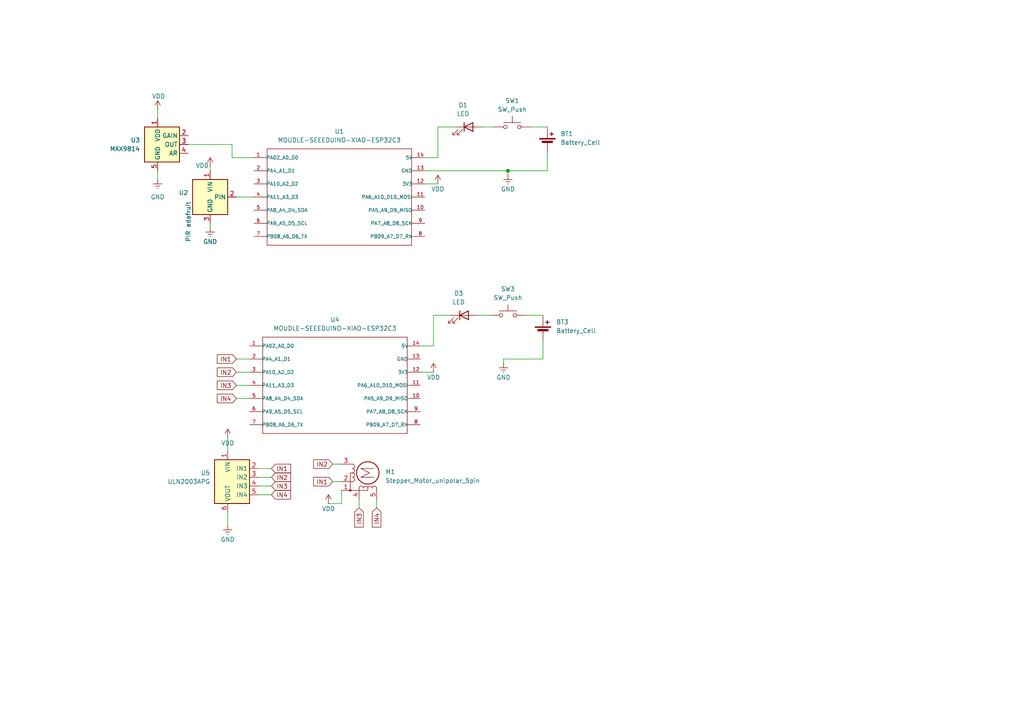
<source format=kicad_sch>
(kicad_sch (version 20250114) (generator "eeschema") (generator_version "9.0")
  (paper "A4")
  (lib_symbols
    (symbol "CHT11_1"
      (property "Reference" "U3" (at -6.35 1.2701 0))
      (property "Value" "MAX9814" (at -6.35 -1.2699 0))
      (symbol "CHT11_1_0_1"
        (rectangle (start -5.08 5.08) (end 5.08 -5.08) (stroke (width 0.254)) (fill (type background)))
      )
      (symbol "CHT11_1_1_1"
        (pin no_connect line (at -5.08 0 0) (length 2.54) (hide yes) (name "NC") (number "3"))
        (pin power_in line (at -1.27 7.62 270) (length 2.54) (name "VDD") (number "1"))
        (pin power_out line (at -1.27 -7.62 90) (length 2.54) (name "GND") (number "5"))
        (pin output line (at 7.62 2.54 180) (length 2.54) (name "GAIN") (number "2"))
        (pin output line (at 7.62 0 180) (length 2.54) (name "OUT") (number "3"))
        (pin output line (at 7.62 -2.54 180) (length 2.54) (name "AR") (number "4"))
      )
    )
    (symbol "CHT11_2"
      (property "Reference" "U5" (at -6.35 1.2701 0))
      (property "Value" "ULN2003APG" (at -6.35 -1.2699 0))
      (symbol "CHT11_2_0_1"
        (rectangle (start -5.08 5.08) (end 5.08 -7.62) (stroke (width 0.254)) (fill (type background)))
      )
      (symbol "CHT11_2_1_1"
        (pin no_connect line (at -5.08 0 0) (length 2.54) (hide yes) (name "NC") (number "3"))
        (pin power_in line (at -1.27 7.62 270) (length 2.54) (name "VIN") (number "1"))
        (pin output line (at -1.27 -10.16 90) (length 2.54) (name "VOUT") (number "6"))
        (pin input line (at 7.62 2.54 180) (length 2.54) (name "IN1") (number "2"))
        (pin input line (at 7.62 0 180) (length 2.54) (name "IN2") (number "3"))
        (pin input line (at 7.62 -2.54 180) (length 2.54) (name "IN3") (number "4"))
        (pin input line (at 7.62 -5.08 180) (length 2.54) (name "IN4") (number "5"))
      )
    )
    (symbol "Device:Battery_Cell" (pin_numbers (hide yes)) (pin_names (offset 0) (hide yes))
      (property "Reference" "BT" (at 2.54 2.54 0))
      (property "Value" "Battery_Cell" (at 2.54 0 0))
      (symbol "Battery_Cell_0_1"
        (rectangle (start -2.286 1.778) (end 2.286 1.524) (fill (type outline)))
        (rectangle (start -1.524 1.016) (end 1.524 0.508) (fill (type outline)))
        (polyline (pts (xy 0 1.778) (xy 0 2.54)))
        (polyline (pts (xy 0 0.762) (xy 0 0)))
        (polyline (pts (xy 0.762 3.048) (xy 1.778 3.048)) (stroke (width 0.254)))
        (polyline (pts (xy 1.27 3.556) (xy 1.27 2.54)) (stroke (width 0.254)))
      )
      (symbol "Battery_Cell_1_1"
        (pin passive line (at 0 5.08 270) (length 2.54) (name "+") (number "1"))
        (pin passive line (at 0 -2.54 90) (length 2.54) (name "-") (number "2"))
      )
    )
    (symbol "Device:LED" (pin_numbers (hide yes)) (pin_names (offset 1.016) (hide yes))
      (property "Reference" "D" (at 0 2.54 0))
      (property "Value" "LED" (at 0 -2.54 0))
      (symbol "LED_0_1"
        (polyline (pts (xy -3.048 -0.762) (xy -4.572 -2.286) (xy -3.81 -2.286) (xy -4.572 -2.286) (xy -4.572 -1.524)))
        (polyline (pts (xy -1.778 -0.762) (xy -3.302 -2.286) (xy -2.54 -2.286) (xy -3.302 -2.286) (xy -3.302 -1.524)))
        (polyline (pts (xy -1.27 0) (xy 1.27 0)))
        (polyline (pts (xy -1.27 -1.27) (xy -1.27 1.27)) (stroke (width 0.254)))
        (polyline (pts (xy 1.27 -1.27) (xy 1.27 1.27) (xy -1.27 0) (xy 1.27 -1.27)) (stroke (width 0.254)))
      )
      (symbol "LED_1_1"
        (pin passive line (at -3.81 0 0) (length 2.54) (name "K") (number "1"))
        (pin passive line (at 3.81 0 180) (length 2.54) (name "A") (number "2"))
      )
    )
    (symbol "MOUDLE-SEEEDUINO-XIAO-ESP32C3:MOUDLE-SEEEDUINO-XIAO-ESP32C3" (pin_names (offset 1.016))
      (property "Reference" "U" (at -21.59 15.24 0))
      (property "Value" "MOUDLE-SEEEDUINO-XIAO-ESP32C3" (at -21.59 13.97 0))
      (symbol "MOUDLE-SEEEDUINO-XIAO-ESP32C3_0_0"
        (polyline (pts (xy -21.59 13.97) (xy 20.32 13.97)) (stroke (width 0.1524)))
        (polyline (pts (xy -21.59 11.43) (xy -22.86 11.43)) (stroke (width 0.1524)))
        (polyline (pts (xy -21.59 11.43) (xy -21.59 13.97)) (stroke (width 0.1524)))
        (polyline (pts (xy -21.59 7.62) (xy -22.86 7.62)) (stroke (width 0.1524)))
        (polyline (pts (xy -21.59 7.62) (xy -21.59 11.43)) (stroke (width 0.1524)))
        (polyline (pts (xy -21.59 3.81) (xy -22.86 3.81)) (stroke (width 0.1524)))
        (polyline (pts (xy -21.59 3.81) (xy -21.59 7.62)) (stroke (width 0.1524)))
        (polyline (pts (xy -21.59 0) (xy -22.86 0)) (stroke (width 0.1524)))
        (polyline (pts (xy -21.59 0) (xy -21.59 3.81)) (stroke (width 0.1524)))
        (polyline (pts (xy -21.59 -3.81) (xy -22.86 -3.81)) (stroke (width 0.1524)))
        (polyline (pts (xy -21.59 -7.62) (xy -22.86 -7.62)) (stroke (width 0.1524)))
        (polyline (pts (xy -21.59 -11.43) (xy -22.86 -11.43)) (stroke (width 0.1524)))
        (polyline (pts (xy -21.59 -13.97) (xy -21.59 0)) (stroke (width 0.1524)))
        (polyline (pts (xy 20.32 13.97) (xy 20.32 11.43)) (stroke (width 0.1524)))
        (polyline (pts (xy 20.32 11.43) (xy 20.32 7.62)) (stroke (width 0.1524)))
        (polyline (pts (xy 20.32 7.62) (xy 20.32 3.81)) (stroke (width 0.1524)))
        (polyline (pts (xy 20.32 3.81) (xy 20.32 -13.97)) (stroke (width 0.1524)))
        (polyline (pts (xy 20.32 -13.97) (xy -21.59 -13.97)) (stroke (width 0.1524)))
        (polyline (pts (xy 21.59 11.43) (xy 20.32 11.43)) (stroke (width 0.1524)))
        (polyline (pts (xy 21.59 7.62) (xy 20.32 7.62)) (stroke (width 0.1524)))
        (polyline (pts (xy 21.59 3.81) (xy 20.32 3.81)) (stroke (width 0.1524)))
        (polyline (pts (xy 21.59 0) (xy 20.32 0)) (stroke (width 0.1524)))
        (polyline (pts (xy 21.59 -3.81) (xy 20.32 -3.81)) (stroke (width 0.1524)))
        (polyline (pts (xy 21.59 -7.62) (xy 20.32 -7.62)) (stroke (width 0.1524)))
        (polyline (pts (xy 21.59 -11.43) (xy 20.32 -11.43)) (stroke (width 0.1524)))
        (pin bidirectional line (at -25.4 11.43 0) (length 2.54) (name "PA02_A0_D0") (number "1"))
        (pin bidirectional line (at -25.4 7.62 0) (length 2.54) (name "PA4_A1_D1") (number "2"))
        (pin bidirectional line (at -25.4 3.81 0) (length 2.54) (name "PA10_A2_D2") (number "3"))
        (pin bidirectional line (at -25.4 0 0) (length 2.54) (name "PA11_A3_D3") (number "4"))
        (pin bidirectional line (at -25.4 -3.81 0) (length 2.54) (name "PA8_A4_D4_SDA") (number "5"))
        (pin bidirectional line (at -25.4 -7.62 0) (length 2.54) (name "PA9_A5_D5_SCL") (number "6"))
        (pin bidirectional line (at -25.4 -11.43 0) (length 2.54) (name "PB08_A6_D6_TX") (number "7"))
        (pin bidirectional line (at 24.13 11.43 180) (length 2.54) (name "5V") (number "14"))
        (pin bidirectional line (at 24.13 7.62 180) (length 2.54) (name "GND") (number "13"))
        (pin bidirectional line (at 24.13 3.81 180) (length 2.54) (name "3V3") (number "12"))
        (pin bidirectional line (at 24.13 0 180) (length 2.54) (name "PA6_A10_D10_MOSI") (number "11"))
        (pin bidirectional line (at 24.13 -3.81 180) (length 2.54) (name "PA5_A9_D9_MISO") (number "10"))
        (pin bidirectional line (at 24.13 -7.62 180) (length 2.54) (name "PA7_A8_D8_SCK") (number "9"))
        (pin bidirectional line (at 24.13 -11.43 180) (length 2.54) (name "PB09_A7_D7_RX") (number "8"))
      )
    )
    (symbol "Motor:Stepper_Motor_unipolar_5pin" (pin_names (offset 0) (hide yes))
      (property "Reference" "M" (at 3.81 2.54 0))
      (property "Value" "Stepper_Motor_unipolar_5pin" (at 3.81 1.27 0))
      (symbol "Stepper_Motor_unipolar_5pin_0_0"
        (polyline (pts (xy -1.27 -1.778) (xy -1.27 2.032) (xy 0 -0.508) (xy 1.27 2.032) (xy 1.27 -1.778)))
      )
      (symbol "Stepper_Motor_unipolar_5pin_0_1"
        (circle (center -5.08 5.08) (radius 0.0001) (fill (type outline)))
        (circle (center -5.08 5.08) (radius 0.254) (fill (type outline)))
        (polyline (pts (xy -5.08 5.08) (xy -5.08 0) (xy -4.445 0)))
        (polyline (pts (xy -5.08 2.54) (xy -4.445 2.54)))
        (polyline (pts (xy -5.08 -2.54) (xy -4.445 -2.54)))
        (arc (start -4.445 2.54) (mid -3.8127 1.905) (end -4.445 1.27))
        (arc (start -4.445 1.27) (mid -3.8127 0.635) (end -4.445 0))
        (arc (start -4.445 0) (mid -3.8127 -0.635) (end -4.445 -1.27))
        (arc (start -4.445 -1.27) (mid -3.8127 -1.905) (end -4.445 -2.54))
        (polyline (pts (xy -2.54 4.445) (xy -2.54 5.08)))
        (arc (start -1.27 4.445) (mid -1.905 3.8127) (end -2.54 4.445))
        (arc (start 0 4.445) (mid -0.635 3.8127) (end -1.27 4.445))
        (polyline (pts (xy 0 4.445) (xy 0 5.08) (xy -5.08 5.08)))
        (circle (center 0 0) (radius 3.2512) (stroke (width 0.254)))
        (arc (start 1.27 4.445) (mid 0.635 3.8127) (end 0 4.445))
        (arc (start 2.54 4.445) (mid 1.905 3.8127) (end 1.27 4.445))
        (polyline (pts (xy 2.54 4.445) (xy 2.54 5.08)))
      )
      (symbol "Stepper_Motor_unipolar_5pin_1_1"
        (pin passive line (at -7.62 2.54 0) (length 2.54) (name "~") (number "4"))
        (pin passive line (at -7.62 -2.54 0) (length 2.54) (name "~") (number "5"))
        (pin passive line (at -5.08 7.62 270) (length 2.54) (name "~") (number "1"))
        (pin passive line (at -2.54 7.62 270) (length 2.54) (name "~") (number "2"))
        (pin passive line (at 2.54 7.62 270) (length 2.54) (name "-") (number "3"))
      )
    )
    (symbol "Sensor:CHT11"
      (property "Reference" "U2" (at -6.35 1.2701 0))
      (property "Value" "PIR adafruit" (at -6.35 -1.2699 90))
      (symbol "CHT11_0_1"
        (rectangle (start -5.08 5.08) (end 5.08 -5.08) (stroke (width 0.254)) (fill (type background)))
      )
      (symbol "CHT11_1_1"
        (pin no_connect line (at -5.08 0 0) (length 2.54) (hide yes) (name "NC") (number "3"))
        (pin power_in line (at 0 7.62 270) (length 2.54) (name "VIN") (number "1"))
        (pin power_out line (at 0 -7.62 90) (length 2.54) (name "GND") (number "3"))
        (pin output line (at 7.62 0 180) (length 2.54) (name "PIN") (number "2"))
      )
    )
    (symbol "Switch:SW_Push" (pin_numbers (hide yes)) (pin_names (offset 1.016) (hide yes))
      (property "Reference" "SW" (at 1.27 2.54 0))
      (property "Value" "SW_Push" (at 0 -1.524 0))
      (symbol "SW_Push_0_1"
        (circle (center -2.032 0) (radius 0.508))
        (polyline (pts (xy 0 1.27) (xy 0 3.048)))
        (circle (center 2.032 0) (radius 0.508))
        (polyline (pts (xy 2.54 1.27) (xy -2.54 1.27)))
        (pin passive line (at -5.08 0 0) (length 2.54) (name "1") (number "1"))
        (pin passive line (at 5.08 0 180) (length 2.54) (name "2") (number "2"))
      )
    )
    (symbol "power:Earth" (power) (pin_numbers (hide yes)) (pin_names (offset 0) (hide yes))
      (property "Value" "Earth" (at 0 -3.81 0))
      (symbol "Earth_0_1"
        (polyline (pts (xy -0.635 -1.905) (xy 0.635 -1.905)))
        (polyline (pts (xy -0.127 -2.54) (xy 0.127 -2.54)))
        (polyline (pts (xy 0 -1.27) (xy 0 0)))
        (polyline (pts (xy 1.27 -1.27) (xy -1.27 -1.27)))
      )
      (symbol "Earth_1_1"
        (pin power_in line (at 0 0 270) (length 0) (name "~") (number "1"))
      )
    )
    (symbol "power:VDD" (power) (pin_numbers (hide yes)) (pin_names (offset 0) (hide yes))
      (property "Value" "VDD" (at 0 3.556 0))
      (symbol "VDD_0_1"
        (polyline (pts (xy -0.762 1.27) (xy 0 2.54)))
        (polyline (pts (xy 0 2.54) (xy 0.762 1.27)))
        (polyline (pts (xy 0 0) (xy 0 2.54)))
      )
      (symbol "VDD_1_1"
        (pin power_in line (at 0 0 90) (length 0) (name "~") (number "1"))
      )
    )
  )
  (junction (at 147.32 49.53))
  (wire (pts (xy 138.43 91.44) (xy 142.24 91.44)))
  (wire (pts (xy 74.93 135.89) (xy 78.74 135.89)))
  (wire (pts (xy 67.31 45.72) (xy 73.66 45.72)))
  (wire (pts (xy 121.92 107.95) (xy 125.73 107.95)))
  (wire (pts (xy 109.22 144.78) (xy 109.22 147.32)))
  (wire (pts (xy 158.75 49.53) (xy 147.32 49.53)))
  (wire (pts (xy 74.93 140.97) (xy 78.74 140.97)))
  (wire (pts (xy 146.05 105.41) (xy 146.05 104.14)))
  (wire (pts (xy 74.93 143.51) (xy 78.74 143.51)))
  (wire (pts (xy 152.4 91.44) (xy 157.48 91.44)))
  (wire (pts (xy 96.52 134.62) (xy 99.06 134.62)))
  (wire (pts (xy 99.06 142.24) (xy 99.06 146.05)))
  (wire (pts (xy 127 36.83) (xy 132.08 36.83)))
  (wire (pts (xy 123.19 49.53) (xy 147.32 49.53)))
  (wire (pts (xy 153.67 36.83) (xy 158.75 36.83)))
  (wire (pts (xy 123.19 45.72) (xy 127 45.72)))
  (wire (pts (xy 127 45.72) (xy 127 36.83)))
  (wire (pts (xy 60.96 48.26) (xy 60.96 49.53)))
  (wire (pts (xy 121.92 100.33) (xy 125.73 100.33)))
  (wire (pts (xy 99.06 146.05) (xy 95.25 146.05)))
  (wire (pts (xy 157.48 104.14) (xy 146.05 104.14)))
  (wire (pts (xy 96.52 139.7) (xy 99.06 139.7)))
  (wire (pts (xy 45.72 49.53) (xy 45.72 52.07)))
  (wire (pts (xy 139.7 36.83) (xy 143.51 36.83)))
  (wire (pts (xy 157.48 99.06) (xy 157.48 104.14)))
  (wire (pts (xy 68.58 115.57) (xy 72.39 115.57)))
  (wire (pts (xy 147.32 50.8) (xy 147.32 49.53)))
  (wire (pts (xy 66.04 127) (xy 66.04 130.81)))
  (wire (pts (xy 67.31 41.91) (xy 67.31 45.72)))
  (wire (pts (xy 74.93 138.43) (xy 78.74 138.43)))
  (wire (pts (xy 158.75 44.45) (xy 158.75 49.53)))
  (wire (pts (xy 68.58 107.95) (xy 72.39 107.95)))
  (wire (pts (xy 60.96 64.77) (xy 60.96 66.04)))
  (wire (pts (xy 68.58 104.14) (xy 72.39 104.14)))
  (wire (pts (xy 66.04 148.59) (xy 66.04 152.4)))
  (wire (pts (xy 54.61 41.91) (xy 67.31 41.91)))
  (wire (pts (xy 45.72 31.75) (xy 45.72 34.29)))
  (wire (pts (xy 68.58 111.76) (xy 72.39 111.76)))
  (wire (pts (xy 125.73 100.33) (xy 125.73 91.44)))
  (wire (pts (xy 125.73 91.44) (xy 130.81 91.44)))
  (wire (pts (xy 68.58 57.15) (xy 73.66 57.15)))
  (wire (pts (xy 104.14 144.78) (xy 104.14 147.32)))
  (wire (pts (xy 123.19 53.34) (xy 127 53.34)))
  (global_label "IN2" (shape input) (at 96.52 134.62 180) (property "Intersheetrefs" "${INTERSHEET_REFS}" (effects (hide yes))))
  (global_label "IN2" (shape input) (at 68.58 107.95 180) (property "Intersheetrefs" "${INTERSHEET_REFS}" (effects (hide yes))))
  (global_label "IN1" (shape input) (at 78.74 135.89 0) (property "Intersheetrefs" "${INTERSHEET_REFS}" (effects (hide yes))))
  (global_label "IN1" (shape input) (at 68.58 104.14 180) (property "Intersheetrefs" "${INTERSHEET_REFS}" (effects (hide yes))))
  (global_label "IN3" (shape input) (at 68.58 111.76 180) (property "Intersheetrefs" "${INTERSHEET_REFS}" (effects (hide yes))))
  (global_label "IN2" (shape input) (at 78.74 138.43 0) (property "Intersheetrefs" "${INTERSHEET_REFS}" (effects (hide yes))))
  (global_label "IN3" (shape input) (at 78.74 140.97 0) (property "Intersheetrefs" "${INTERSHEET_REFS}" (effects (hide yes))))
  (global_label "IN1" (shape input) (at 96.52 139.7 180) (property "Intersheetrefs" "${INTERSHEET_REFS}" (effects (hide yes))))
  (global_label "IN4" (shape input) (at 109.22 147.32 270) (property "Intersheetrefs" "${INTERSHEET_REFS}" (effects (hide yes))))
  (global_label "IN4" (shape input) (at 78.74 143.51 0) (property "Intersheetrefs" "${INTERSHEET_REFS}" (effects (hide yes))))
  (global_label "IN4" (shape input) (at 68.58 115.57 180) (property "Intersheetrefs" "${INTERSHEET_REFS}" (effects (hide yes))))
  (global_label "IN3" (shape input) (at 104.14 147.32 270) (property "Intersheetrefs" "${INTERSHEET_REFS}" (effects (hide yes))))
  (symbol (lib_id "power:Earth") (at 147.32 50.8 0) (unit 1)
    (property "Reference" "#PWR01" (effects (hide yes)))
    (property "Value" "GND" (at 147.32 54.864 0))
    (property "Description" "Power symbol creates a global label with name \"Earth\"" (effects (hide yes)))
  )
  (symbol (lib_id "Switch:SW_Push") (at 148.59 36.83 0) (unit 1)
    (property "Reference" "SW1" (at 148.59 29.21 0))
    (property "Value" "SW_Push" (at 148.59 31.75 0))
    (property "Description" "Push button switch, generic, two pins" (effects (hide yes)))
  )
  (symbol (lib_id "Device:Battery_Cell") (at 158.75 41.91 0) (unit 1)
    (property "Reference" "BT1" (at 162.56 38.7984 0) (effects (justify left)))
    (property "Value" "Battery_Cell" (at 162.56 41.3384 0) (effects (justify left)))
    (property "Description" "Single-cell battery" (effects (hide yes)))
  )
  (symbol (lib_id "MOUDLE-SEEEDUINO-XIAO-ESP32C3:MOUDLE-SEEEDUINO-XIAO-ESP32C3") (at 97.79 111.76 0) (unit 1)
    (property "Reference" "U4" (at 97.155 92.71 0))
    (property "Value" "MOUDLE-SEEEDUINO-XIAO-ESP32C3" (at 97.155 95.25 0))
    (property "Footprint" "MOUDLE14P-SMD-2.54-21X17.8MM" (effects (hide yes)))
  )
  (symbol (lib_id "MOUDLE-SEEEDUINO-XIAO-ESP32C3:MOUDLE-SEEEDUINO-XIAO-ESP32C3") (at 99.06 57.15 0) (unit 1)
    (property "Reference" "U1" (at 98.425 38.1 0))
    (property "Value" "MOUDLE-SEEEDUINO-XIAO-ESP32C3" (at 98.425 40.64 0))
    (property "Footprint" "MOUDLE14P-SMD-2.54-21X17.8MM" (effects (hide yes)))
  )
  (symbol (lib_id "power:Earth") (at 60.96 66.04 0) (unit 1)
    (property "Reference" "#PWR02" (effects (hide yes)))
    (property "Value" "GND" (at 60.96 70.104 0))
    (property "Description" "Power symbol creates a global label with name \"Earth\"" (effects (hide yes)))
  )
  (symbol (lib_id "Motor:Stepper_Motor_unipolar_5pin") (at 106.68 137.16 90) (unit 1)
    (property "Reference" "M1" (at 111.76 136.8678 90) (effects (justify right)))
    (property "Value" "Stepper_Motor_unipolar_5pin" (at 111.76 139.4078 90) (effects (justify right)))
    (property "Datasheet" "http://www.infineon.com/dgdl/Application-Note-TLE8110EE_driving_UniPolarStepperMotor_V1.1.pdf?fileId=db3a30431be39b97011be5d0aa0a00b0" (effects (hide yes)))
    (property "Description" "5-wire unipolar stepper motor" (effects (hide yes)))
  )
  (symbol (lib_id "power:Earth") (at 146.05 105.41 0) (unit 1)
    (property "Reference" "#PWR08" (effects (hide yes)))
    (property "Value" "GND" (at 146.05 109.474 0))
    (property "Description" "Power symbol creates a global label with name \"Earth\"" (effects (hide yes)))
  )
  (symbol (lib_id "power:VDD") (at 127 53.34 0) (unit 1)
    (property "Reference" "#PWR05" (effects (hide yes)))
    (property "Value" "VDD" (at 127 54.864 0))
    (property "Description" "Power symbol creates a global label with name \"VDD\"" (effects (hide yes)))
  )
  (symbol (lib_id "power:VDD") (at 95.25 146.05 0) (unit 1)
    (property "Reference" "#PWR09" (effects (hide yes)))
    (property "Value" "VDD" (at 95.25 147.574 0))
    (property "Description" "Power symbol creates a global label with name \"VDD\"" (effects (hide yes)))
  )
  (symbol (lib_id "power:VDD") (at 60.96 48.26 0) (unit 1)
    (property "Reference" "#PWR04" (effects (hide yes)))
    (property "Value" "VDD" (at 58.674 48.006 0))
    (property "Description" "Power symbol creates a global label with name \"VDD\"" (effects (hide yes)))
  )
  (symbol (lib_id "power:VDD") (at 66.04 127 0) (unit 1)
    (property "Reference" "#PWR010" (effects (hide yes)))
    (property "Value" "VDD" (at 66.04 128.524 0))
    (property "Description" "Power symbol creates a global label with name \"VDD\"" (effects (hide yes)))
  )
  (symbol (lib_id "power:VDD") (at 125.73 107.95 0) (unit 1)
    (property "Reference" "#PWR07" (effects (hide yes)))
    (property "Value" "VDD" (at 125.73 109.474 0))
    (property "Description" "Power symbol creates a global label with name \"VDD\"" (effects (hide yes)))
  )
  (symbol (lib_id "Device:LED") (at 134.62 91.44 0) (unit 1)
    (property "Reference" "D3" (at 133.0325 85.09 0))
    (property "Value" "LED" (at 133.0325 87.63 0))
    (property "Description" "Light emitting diode" (effects (hide yes)))
    (property "Sim.Pins" "1=K 2=A" (effects (hide yes)))
  )
  (symbol (lib_name "CHT11_2") (lib_id "Sensor:CHT11") (at 67.31 138.43 0) (unit 1)
    (property "Reference" "U5" (at 60.96 137.1599 0) (effects (justify right)))
    (property "Value" "ULN2003APG" (at 60.96 139.6999 0) (effects (justify right)))
    (property "Footprint" "Sensor:Aosong_DHT11_5.5x12.0_P2.54mm" (effects (hide yes)))
    (property "Datasheet" "http://aosong.com/en/products-21.html" (effects (hide yes)))
    (property "Description" "Temperature and humidity module" (effects (hide yes)))
  )
  (symbol (lib_id "Device:Battery_Cell") (at 157.48 96.52 0) (unit 1)
    (property "Reference" "BT3" (at 161.29 93.4084 0) (effects (justify left)))
    (property "Value" "Battery_Cell" (at 161.29 95.9484 0) (effects (justify left)))
    (property "Description" "Single-cell battery" (effects (hide yes)))
  )
  (symbol (lib_id "Switch:SW_Push") (at 147.32 91.44 0) (unit 1)
    (property "Reference" "SW3" (at 147.32 83.82 0))
    (property "Value" "SW_Push" (at 147.32 86.36 0))
    (property "Description" "Push button switch, generic, two pins" (effects (hide yes)))
  )
  (symbol (lib_id "power:VDD") (at 45.72 31.75 0) (unit 1)
    (property "Reference" "#PWR06" (effects (hide yes)))
    (property "Value" "VDD" (at 45.974 27.94 0))
    (property "Description" "Power symbol creates a global label with name \"VDD\"" (effects (hide yes)))
  )
  (symbol (lib_id "power:Earth") (at 66.04 152.4 0) (unit 1)
    (property "Reference" "#PWR011" (effects (hide yes)))
    (property "Value" "GND" (at 66.04 156.464 0))
    (property "Description" "Power symbol creates a global label with name \"Earth\"" (effects (hide yes)))
  )
  (symbol (lib_id "Device:LED") (at 135.89 36.83 0) (unit 1)
    (property "Reference" "D1" (at 134.3025 30.48 0))
    (property "Value" "LED" (at 134.3025 33.02 0))
    (property "Description" "Light emitting diode" (effects (hide yes)))
    (property "Sim.Pins" "1=K 2=A" (effects (hide yes)))
  )
  (symbol (lib_name "CHT11_1") (lib_id "Sensor:CHT11") (at 46.99 41.91 0) (unit 1)
    (property "Reference" "U3" (at 40.64 40.6399 0) (effects (justify right)))
    (property "Value" "MAX9814" (at 40.64 43.1799 0) (effects (justify right)))
    (property "Footprint" "Sensor:Aosong_DHT11_5.5x12.0_P2.54mm" (effects (hide yes)))
    (property "Datasheet" "http://aosong.com/en/products-21.html" (effects (hide yes)))
    (property "Description" "Temperature and humidity module" (effects (hide yes)))
  )
  (symbol (lib_id "Sensor:CHT11") (at 60.96 57.15 0) (unit 1)
    (property "Reference" "U2" (at 54.61 55.8799 0) (effects (justify right)))
    (property "Value" "PIR adafruit" (at 54.61 58.4199 90) (effects (justify right)))
    (property "Footprint" "Sensor:Aosong_DHT11_5.5x12.0_P2.54mm" (effects (hide yes)))
    (property "Datasheet" "http://aosong.com/en/products-21.html" (effects (hide yes)))
    (property "Description" "Temperature and humidity module" (effects (hide yes)))
  )
  (symbol (lib_id "power:Earth") (at 45.72 52.07 0) (unit 1)
    (property "Reference" "#PWR03" (effects (hide yes)))
    (property "Value" "GND" (at 45.72 57.15 0))
    (property "Description" "Power symbol creates a global label with name \"Earth\"" (effects (hide yes)))
  )
)
</source>
